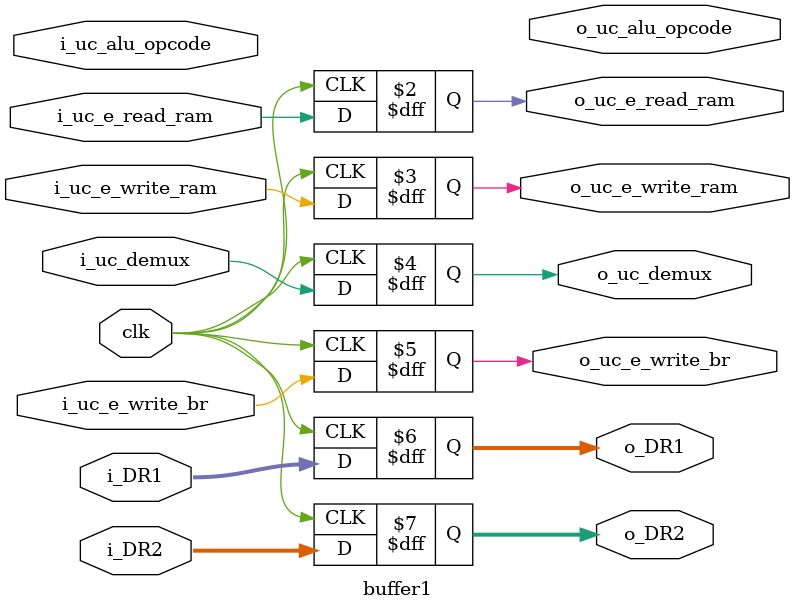
<source format=v>

`timescale 1ns / 1ns

module buffer1
(
	input i_uc_e_read_ram, 			 
	input i_uc_e_write_ram,
	input i_uc_demux,
	input [3:0] i_uc_alu_opcode, 
	input i_uc_e_write_br,
	input [31:0] i_DR1,
	input [31:0] i_DR2,        
	input clk,
	
	output reg o_uc_e_read_ram, 
	output reg o_uc_e_write_ram,
	output reg o_uc_demux,
	output reg [3:0] o_uc_alu_opcode, 
	output reg o_uc_e_write_br,
	output reg [31:0] o_DR1,
	output reg [31:0] o_DR2
);


always @ (posedge clk) begin
	
	//Envio de señales de habilitacion hacía la memoria RAM
	o_uc_e_read_ram <= i_uc_e_read_ram;
	o_uc_e_write_ram <= i_uc_e_write_ram;
	
	//Seleccion de operacion para el demultiplexor
	o_uc_demux <= i_uc_demux;
	
	//Envio de señales de habilitacion hacia la escritura del BR
	o_uc_e_write_br <= i_uc_e_write_br;
	
	
	//Salida del dato del registro 1 y 2
	o_DR1 <=i_DR1;
	o_DR2 <= i_DR2;
	
	end
endmodule

</source>
